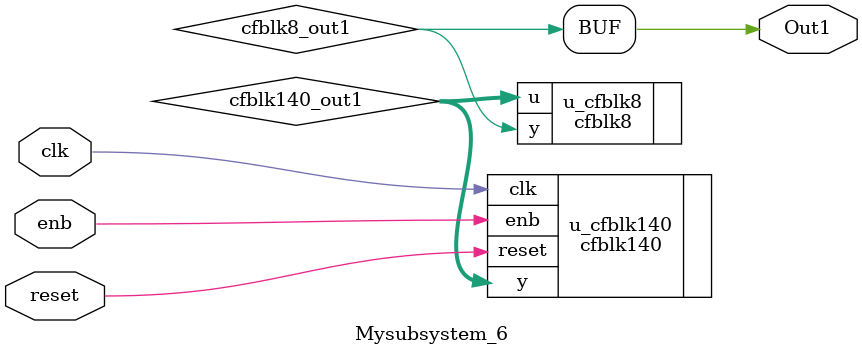
<source format=v>



`timescale 1 ns / 1 ns

module Mysubsystem_6
          (clk,
           reset,
           enb,
           Out1);


  input   clk;
  input   reset;
  input   enb;
  output  Out1;


  wire [15:0] cfblk140_out1;  // uint16
  wire cfblk8_out1;


  cfblk140 u_cfblk140 (.clk(clk),
                       .reset(reset),
                       .enb(enb),
                       .y(cfblk140_out1)  // uint16
                       );

  cfblk8 u_cfblk8 (.u(cfblk140_out1),  // uint16
                   .y(cfblk8_out1)
                   );

  assign Out1 = cfblk8_out1;

endmodule  // Mysubsystem_6


</source>
